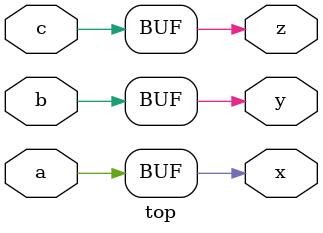
<source format=v>
module top (input a, b, c, output x, y, z);
	assign x = a, y = b, z = c;
endmodule

</source>
